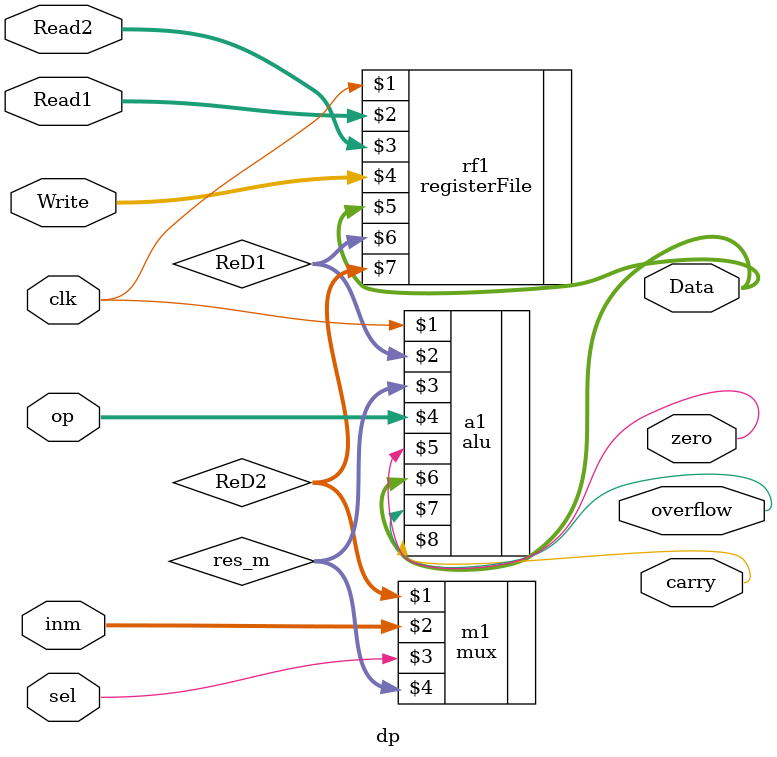
<source format=v>
module dp(clk, Read1, Read2, Write, op, zero, overflow, carry, inm, sel, Data);

wire[31:0] ReD1, ReD2, res_m;
output wire[31:0] Data;

input clk, sel;
input [4:0] Read1, Read2, Write;
input [3:0] op;
input [15:0] inm;
output zero, overflow, carry;

registerFile rf1(clk, Read1, Read2, Write, Data, ReD1, ReD2);
alu a1(clk, ReD1, res_m, op, zero, Data, overflow, carry);
mux m1(ReD2, inm, sel, res_m);



endmodule

</source>
